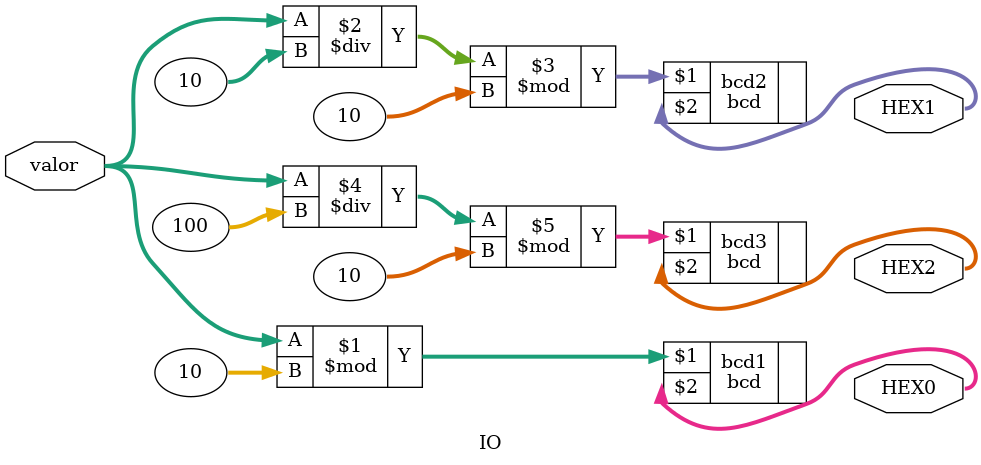
<source format=v>
module IO (valor, HEX0, HEX1, HEX2);

input [0:31] valor;
output wire [0:6] HEX0, HEX1, HEX2;
	

	bcd bcd1((valor % 10), HEX0);
	bcd bcd2((valor / 10)  % 10, HEX1);
	bcd bcd3((valor / 100) % 10, HEX2);

	
endmodule
</source>
